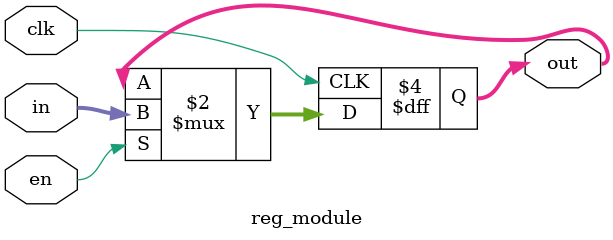
<source format=v>
/* 
Parametrized Greatest Common Divisors (GCD)
Author: Mehran Goli
Version: 1.0
Date: 01-10-2020
*/

`timescale 1ns/1ns
		
module reg_module #(parameter width = 8)
				  (input clk, en,
				   input [width-1:0] in,
				   output reg [width-1:0] out);
				
	always @(posedge clk) begin
		if (en) begin
			out <= in;
		end	
	end
endmodule


</source>
